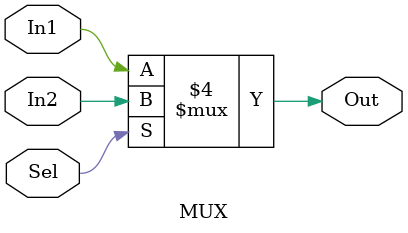
<source format=v>

module MUX (In1, In2, Sel, Out);  
	
	input In1, In2, Sel;
	output Out;
	reg Out;
	
	always@(In1 or In2 or Sel)
		begin
			if (Sel == 1'b0) Out = In1;
			else Out = In2;
		end
		
endmodule

</source>
